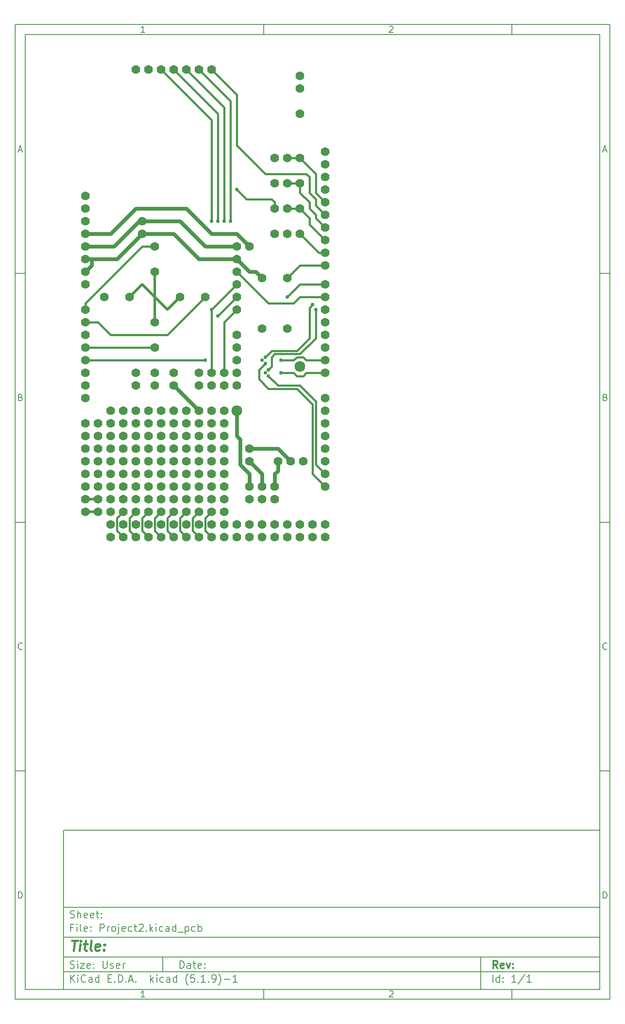
<source format=gbr>
%TF.GenerationSoftware,KiCad,Pcbnew,(5.1.9)-1*%
%TF.CreationDate,2021-06-09T21:14:02-04:00*%
%TF.ProjectId,Project2,50726f6a-6563-4743-922e-6b696361645f,rev?*%
%TF.SameCoordinates,Original*%
%TF.FileFunction,Copper,L1,Top*%
%TF.FilePolarity,Positive*%
%FSLAX45Y45*%
G04 Gerber Fmt 4.5, Leading zero omitted, Abs format (unit mm)*
G04 Created by KiCad (PCBNEW (5.1.9)-1) date 2021-06-09 21:14:02*
%MOMM*%
%LPD*%
G01*
G04 APERTURE LIST*
%ADD10C,0.127000*%
%ADD11C,0.150000*%
%ADD12C,0.300000*%
%ADD13C,0.400000*%
%TA.AperFunction,ViaPad*%
%ADD14C,0.762000*%
%TD*%
%TA.AperFunction,ViaPad*%
%ADD15C,1.778000*%
%TD*%
%TA.AperFunction,ViaPad*%
%ADD16C,2.159000*%
%TD*%
%TA.AperFunction,Conductor*%
%ADD17C,0.381000*%
%TD*%
%TA.AperFunction,Conductor*%
%ADD18C,0.762000*%
%TD*%
%TA.AperFunction,Conductor*%
%ADD19C,0.508000*%
%TD*%
G04 APERTURE END LIST*
D10*
D11*
X1970000Y-17190000D02*
X1970000Y-20390000D01*
X12770000Y-20390000D01*
X12770000Y-17190000D01*
X1970000Y-17190000D01*
D10*
D11*
X1000000Y-1000000D02*
X1000000Y-20590000D01*
X12970000Y-20590000D01*
X12970000Y-1000000D01*
X1000000Y-1000000D01*
D10*
D11*
X1200000Y-1200000D02*
X1200000Y-20390000D01*
X12770000Y-20390000D01*
X12770000Y-1200000D01*
X1200000Y-1200000D01*
D10*
D11*
X6000000Y-1200000D02*
X6000000Y-1000000D01*
D10*
D11*
X11000000Y-1200000D02*
X11000000Y-1000000D01*
D10*
D11*
X3606548Y-1158810D02*
X3532262Y-1158810D01*
X3569405Y-1158810D02*
X3569405Y-1028809D01*
X3557024Y-1047381D01*
X3544643Y-1059762D01*
X3532262Y-1065952D01*
D10*
D11*
X8532262Y-1041190D02*
X8538452Y-1035000D01*
X8550833Y-1028809D01*
X8581786Y-1028809D01*
X8594167Y-1035000D01*
X8600357Y-1041190D01*
X8606548Y-1053571D01*
X8606548Y-1065952D01*
X8600357Y-1084524D01*
X8526071Y-1158810D01*
X8606548Y-1158810D01*
D10*
D11*
X6000000Y-20390000D02*
X6000000Y-20590000D01*
D10*
D11*
X11000000Y-20390000D02*
X11000000Y-20590000D01*
D10*
D11*
X3606548Y-20548810D02*
X3532262Y-20548810D01*
X3569405Y-20548810D02*
X3569405Y-20418810D01*
X3557024Y-20437381D01*
X3544643Y-20449762D01*
X3532262Y-20455952D01*
D10*
D11*
X8532262Y-20431190D02*
X8538452Y-20425000D01*
X8550833Y-20418810D01*
X8581786Y-20418810D01*
X8594167Y-20425000D01*
X8600357Y-20431190D01*
X8606548Y-20443571D01*
X8606548Y-20455952D01*
X8600357Y-20474524D01*
X8526071Y-20548810D01*
X8606548Y-20548810D01*
D10*
D11*
X1000000Y-6000000D02*
X1200000Y-6000000D01*
D10*
D11*
X1000000Y-11000000D02*
X1200000Y-11000000D01*
D10*
D11*
X1000000Y-16000000D02*
X1200000Y-16000000D01*
D10*
D11*
X1069048Y-3521667D02*
X1130952Y-3521667D01*
X1056667Y-3558809D02*
X1100000Y-3428809D01*
X1143333Y-3558809D01*
D10*
D11*
X1109286Y-8490714D02*
X1127857Y-8496905D01*
X1134048Y-8503095D01*
X1140238Y-8515476D01*
X1140238Y-8534048D01*
X1134048Y-8546429D01*
X1127857Y-8552619D01*
X1115476Y-8558810D01*
X1065952Y-8558810D01*
X1065952Y-8428810D01*
X1109286Y-8428810D01*
X1121667Y-8435000D01*
X1127857Y-8441190D01*
X1134048Y-8453571D01*
X1134048Y-8465952D01*
X1127857Y-8478333D01*
X1121667Y-8484524D01*
X1109286Y-8490714D01*
X1065952Y-8490714D01*
D10*
D11*
X1140238Y-13546428D02*
X1134048Y-13552619D01*
X1115476Y-13558809D01*
X1103095Y-13558809D01*
X1084524Y-13552619D01*
X1072143Y-13540238D01*
X1065952Y-13527857D01*
X1059762Y-13503095D01*
X1059762Y-13484524D01*
X1065952Y-13459762D01*
X1072143Y-13447381D01*
X1084524Y-13435000D01*
X1103095Y-13428809D01*
X1115476Y-13428809D01*
X1134048Y-13435000D01*
X1140238Y-13441190D01*
D10*
D11*
X1065952Y-18558810D02*
X1065952Y-18428810D01*
X1096905Y-18428810D01*
X1115476Y-18435000D01*
X1127857Y-18447381D01*
X1134048Y-18459762D01*
X1140238Y-18484524D01*
X1140238Y-18503095D01*
X1134048Y-18527857D01*
X1127857Y-18540238D01*
X1115476Y-18552619D01*
X1096905Y-18558810D01*
X1065952Y-18558810D01*
D10*
D11*
X12970000Y-6000000D02*
X12770000Y-6000000D01*
D10*
D11*
X12970000Y-11000000D02*
X12770000Y-11000000D01*
D10*
D11*
X12970000Y-16000000D02*
X12770000Y-16000000D01*
D10*
D11*
X12839048Y-3521667D02*
X12900952Y-3521667D01*
X12826667Y-3558809D02*
X12870000Y-3428809D01*
X12913333Y-3558809D01*
D10*
D11*
X12879286Y-8490714D02*
X12897857Y-8496905D01*
X12904048Y-8503095D01*
X12910238Y-8515476D01*
X12910238Y-8534048D01*
X12904048Y-8546429D01*
X12897857Y-8552619D01*
X12885476Y-8558810D01*
X12835952Y-8558810D01*
X12835952Y-8428810D01*
X12879286Y-8428810D01*
X12891667Y-8435000D01*
X12897857Y-8441190D01*
X12904048Y-8453571D01*
X12904048Y-8465952D01*
X12897857Y-8478333D01*
X12891667Y-8484524D01*
X12879286Y-8490714D01*
X12835952Y-8490714D01*
D10*
D11*
X12910238Y-13546428D02*
X12904048Y-13552619D01*
X12885476Y-13558809D01*
X12873095Y-13558809D01*
X12854524Y-13552619D01*
X12842143Y-13540238D01*
X12835952Y-13527857D01*
X12829762Y-13503095D01*
X12829762Y-13484524D01*
X12835952Y-13459762D01*
X12842143Y-13447381D01*
X12854524Y-13435000D01*
X12873095Y-13428809D01*
X12885476Y-13428809D01*
X12904048Y-13435000D01*
X12910238Y-13441190D01*
D10*
D11*
X12835952Y-18558810D02*
X12835952Y-18428810D01*
X12866905Y-18428810D01*
X12885476Y-18435000D01*
X12897857Y-18447381D01*
X12904048Y-18459762D01*
X12910238Y-18484524D01*
X12910238Y-18503095D01*
X12904048Y-18527857D01*
X12897857Y-18540238D01*
X12885476Y-18552619D01*
X12866905Y-18558810D01*
X12835952Y-18558810D01*
D10*
D11*
X4313214Y-19967857D02*
X4313214Y-19817857D01*
X4348929Y-19817857D01*
X4370357Y-19825000D01*
X4384643Y-19839286D01*
X4391786Y-19853571D01*
X4398929Y-19882143D01*
X4398929Y-19903571D01*
X4391786Y-19932143D01*
X4384643Y-19946429D01*
X4370357Y-19960714D01*
X4348929Y-19967857D01*
X4313214Y-19967857D01*
X4527500Y-19967857D02*
X4527500Y-19889286D01*
X4520357Y-19875000D01*
X4506071Y-19867857D01*
X4477500Y-19867857D01*
X4463214Y-19875000D01*
X4527500Y-19960714D02*
X4513214Y-19967857D01*
X4477500Y-19967857D01*
X4463214Y-19960714D01*
X4456071Y-19946429D01*
X4456071Y-19932143D01*
X4463214Y-19917857D01*
X4477500Y-19910714D01*
X4513214Y-19910714D01*
X4527500Y-19903571D01*
X4577500Y-19867857D02*
X4634643Y-19867857D01*
X4598929Y-19817857D02*
X4598929Y-19946429D01*
X4606071Y-19960714D01*
X4620357Y-19967857D01*
X4634643Y-19967857D01*
X4741786Y-19960714D02*
X4727500Y-19967857D01*
X4698929Y-19967857D01*
X4684643Y-19960714D01*
X4677500Y-19946429D01*
X4677500Y-19889286D01*
X4684643Y-19875000D01*
X4698929Y-19867857D01*
X4727500Y-19867857D01*
X4741786Y-19875000D01*
X4748929Y-19889286D01*
X4748929Y-19903571D01*
X4677500Y-19917857D01*
X4813214Y-19953571D02*
X4820357Y-19960714D01*
X4813214Y-19967857D01*
X4806071Y-19960714D01*
X4813214Y-19953571D01*
X4813214Y-19967857D01*
X4813214Y-19875000D02*
X4820357Y-19882143D01*
X4813214Y-19889286D01*
X4806071Y-19882143D01*
X4813214Y-19875000D01*
X4813214Y-19889286D01*
D10*
D11*
X1970000Y-20040000D02*
X12770000Y-20040000D01*
D10*
D11*
X2113214Y-20247857D02*
X2113214Y-20097857D01*
X2198929Y-20247857D02*
X2134643Y-20162143D01*
X2198929Y-20097857D02*
X2113214Y-20183571D01*
X2263214Y-20247857D02*
X2263214Y-20147857D01*
X2263214Y-20097857D02*
X2256071Y-20105000D01*
X2263214Y-20112143D01*
X2270357Y-20105000D01*
X2263214Y-20097857D01*
X2263214Y-20112143D01*
X2420357Y-20233571D02*
X2413214Y-20240714D01*
X2391786Y-20247857D01*
X2377500Y-20247857D01*
X2356071Y-20240714D01*
X2341786Y-20226429D01*
X2334643Y-20212143D01*
X2327500Y-20183571D01*
X2327500Y-20162143D01*
X2334643Y-20133571D01*
X2341786Y-20119286D01*
X2356071Y-20105000D01*
X2377500Y-20097857D01*
X2391786Y-20097857D01*
X2413214Y-20105000D01*
X2420357Y-20112143D01*
X2548929Y-20247857D02*
X2548929Y-20169286D01*
X2541786Y-20155000D01*
X2527500Y-20147857D01*
X2498929Y-20147857D01*
X2484643Y-20155000D01*
X2548929Y-20240714D02*
X2534643Y-20247857D01*
X2498929Y-20247857D01*
X2484643Y-20240714D01*
X2477500Y-20226429D01*
X2477500Y-20212143D01*
X2484643Y-20197857D01*
X2498929Y-20190714D01*
X2534643Y-20190714D01*
X2548929Y-20183571D01*
X2684643Y-20247857D02*
X2684643Y-20097857D01*
X2684643Y-20240714D02*
X2670357Y-20247857D01*
X2641786Y-20247857D01*
X2627500Y-20240714D01*
X2620357Y-20233571D01*
X2613214Y-20219286D01*
X2613214Y-20176429D01*
X2620357Y-20162143D01*
X2627500Y-20155000D01*
X2641786Y-20147857D01*
X2670357Y-20147857D01*
X2684643Y-20155000D01*
X2870357Y-20169286D02*
X2920357Y-20169286D01*
X2941786Y-20247857D02*
X2870357Y-20247857D01*
X2870357Y-20097857D01*
X2941786Y-20097857D01*
X3006071Y-20233571D02*
X3013214Y-20240714D01*
X3006071Y-20247857D01*
X2998928Y-20240714D01*
X3006071Y-20233571D01*
X3006071Y-20247857D01*
X3077500Y-20247857D02*
X3077500Y-20097857D01*
X3113214Y-20097857D01*
X3134643Y-20105000D01*
X3148928Y-20119286D01*
X3156071Y-20133571D01*
X3163214Y-20162143D01*
X3163214Y-20183571D01*
X3156071Y-20212143D01*
X3148928Y-20226429D01*
X3134643Y-20240714D01*
X3113214Y-20247857D01*
X3077500Y-20247857D01*
X3227500Y-20233571D02*
X3234643Y-20240714D01*
X3227500Y-20247857D01*
X3220357Y-20240714D01*
X3227500Y-20233571D01*
X3227500Y-20247857D01*
X3291786Y-20205000D02*
X3363214Y-20205000D01*
X3277500Y-20247857D02*
X3327500Y-20097857D01*
X3377500Y-20247857D01*
X3427500Y-20233571D02*
X3434643Y-20240714D01*
X3427500Y-20247857D01*
X3420357Y-20240714D01*
X3427500Y-20233571D01*
X3427500Y-20247857D01*
X3727500Y-20247857D02*
X3727500Y-20097857D01*
X3741786Y-20190714D02*
X3784643Y-20247857D01*
X3784643Y-20147857D02*
X3727500Y-20205000D01*
X3848928Y-20247857D02*
X3848928Y-20147857D01*
X3848928Y-20097857D02*
X3841786Y-20105000D01*
X3848928Y-20112143D01*
X3856071Y-20105000D01*
X3848928Y-20097857D01*
X3848928Y-20112143D01*
X3984643Y-20240714D02*
X3970357Y-20247857D01*
X3941786Y-20247857D01*
X3927500Y-20240714D01*
X3920357Y-20233571D01*
X3913214Y-20219286D01*
X3913214Y-20176429D01*
X3920357Y-20162143D01*
X3927500Y-20155000D01*
X3941786Y-20147857D01*
X3970357Y-20147857D01*
X3984643Y-20155000D01*
X4113214Y-20247857D02*
X4113214Y-20169286D01*
X4106071Y-20155000D01*
X4091786Y-20147857D01*
X4063214Y-20147857D01*
X4048928Y-20155000D01*
X4113214Y-20240714D02*
X4098928Y-20247857D01*
X4063214Y-20247857D01*
X4048928Y-20240714D01*
X4041786Y-20226429D01*
X4041786Y-20212143D01*
X4048928Y-20197857D01*
X4063214Y-20190714D01*
X4098928Y-20190714D01*
X4113214Y-20183571D01*
X4248929Y-20247857D02*
X4248929Y-20097857D01*
X4248929Y-20240714D02*
X4234643Y-20247857D01*
X4206071Y-20247857D01*
X4191786Y-20240714D01*
X4184643Y-20233571D01*
X4177500Y-20219286D01*
X4177500Y-20176429D01*
X4184643Y-20162143D01*
X4191786Y-20155000D01*
X4206071Y-20147857D01*
X4234643Y-20147857D01*
X4248929Y-20155000D01*
X4477500Y-20305000D02*
X4470357Y-20297857D01*
X4456071Y-20276429D01*
X4448929Y-20262143D01*
X4441786Y-20240714D01*
X4434643Y-20205000D01*
X4434643Y-20176429D01*
X4441786Y-20140714D01*
X4448929Y-20119286D01*
X4456071Y-20105000D01*
X4470357Y-20083571D01*
X4477500Y-20076429D01*
X4606071Y-20097857D02*
X4534643Y-20097857D01*
X4527500Y-20169286D01*
X4534643Y-20162143D01*
X4548929Y-20155000D01*
X4584643Y-20155000D01*
X4598929Y-20162143D01*
X4606071Y-20169286D01*
X4613214Y-20183571D01*
X4613214Y-20219286D01*
X4606071Y-20233571D01*
X4598929Y-20240714D01*
X4584643Y-20247857D01*
X4548929Y-20247857D01*
X4534643Y-20240714D01*
X4527500Y-20233571D01*
X4677500Y-20233571D02*
X4684643Y-20240714D01*
X4677500Y-20247857D01*
X4670357Y-20240714D01*
X4677500Y-20233571D01*
X4677500Y-20247857D01*
X4827500Y-20247857D02*
X4741786Y-20247857D01*
X4784643Y-20247857D02*
X4784643Y-20097857D01*
X4770357Y-20119286D01*
X4756071Y-20133571D01*
X4741786Y-20140714D01*
X4891786Y-20233571D02*
X4898929Y-20240714D01*
X4891786Y-20247857D01*
X4884643Y-20240714D01*
X4891786Y-20233571D01*
X4891786Y-20247857D01*
X4970357Y-20247857D02*
X4998929Y-20247857D01*
X5013214Y-20240714D01*
X5020357Y-20233571D01*
X5034643Y-20212143D01*
X5041786Y-20183571D01*
X5041786Y-20126429D01*
X5034643Y-20112143D01*
X5027500Y-20105000D01*
X5013214Y-20097857D01*
X4984643Y-20097857D01*
X4970357Y-20105000D01*
X4963214Y-20112143D01*
X4956071Y-20126429D01*
X4956071Y-20162143D01*
X4963214Y-20176429D01*
X4970357Y-20183571D01*
X4984643Y-20190714D01*
X5013214Y-20190714D01*
X5027500Y-20183571D01*
X5034643Y-20176429D01*
X5041786Y-20162143D01*
X5091786Y-20305000D02*
X5098929Y-20297857D01*
X5113214Y-20276429D01*
X5120357Y-20262143D01*
X5127500Y-20240714D01*
X5134643Y-20205000D01*
X5134643Y-20176429D01*
X5127500Y-20140714D01*
X5120357Y-20119286D01*
X5113214Y-20105000D01*
X5098929Y-20083571D01*
X5091786Y-20076429D01*
X5206071Y-20190714D02*
X5320357Y-20190714D01*
X5470357Y-20247857D02*
X5384643Y-20247857D01*
X5427500Y-20247857D02*
X5427500Y-20097857D01*
X5413214Y-20119286D01*
X5398929Y-20133571D01*
X5384643Y-20140714D01*
D10*
D11*
X1970000Y-19740000D02*
X12770000Y-19740000D01*
D10*
D12*
X10710929Y-19967857D02*
X10660929Y-19896429D01*
X10625214Y-19967857D02*
X10625214Y-19817857D01*
X10682357Y-19817857D01*
X10696643Y-19825000D01*
X10703786Y-19832143D01*
X10710929Y-19846429D01*
X10710929Y-19867857D01*
X10703786Y-19882143D01*
X10696643Y-19889286D01*
X10682357Y-19896429D01*
X10625214Y-19896429D01*
X10832357Y-19960714D02*
X10818071Y-19967857D01*
X10789500Y-19967857D01*
X10775214Y-19960714D01*
X10768071Y-19946429D01*
X10768071Y-19889286D01*
X10775214Y-19875000D01*
X10789500Y-19867857D01*
X10818071Y-19867857D01*
X10832357Y-19875000D01*
X10839500Y-19889286D01*
X10839500Y-19903571D01*
X10768071Y-19917857D01*
X10889500Y-19867857D02*
X10925214Y-19967857D01*
X10960929Y-19867857D01*
X11018071Y-19953571D02*
X11025214Y-19960714D01*
X11018071Y-19967857D01*
X11010929Y-19960714D01*
X11018071Y-19953571D01*
X11018071Y-19967857D01*
X11018071Y-19875000D02*
X11025214Y-19882143D01*
X11018071Y-19889286D01*
X11010929Y-19882143D01*
X11018071Y-19875000D01*
X11018071Y-19889286D01*
D10*
D11*
X2106071Y-19960714D02*
X2127500Y-19967857D01*
X2163214Y-19967857D01*
X2177500Y-19960714D01*
X2184643Y-19953571D01*
X2191786Y-19939286D01*
X2191786Y-19925000D01*
X2184643Y-19910714D01*
X2177500Y-19903571D01*
X2163214Y-19896429D01*
X2134643Y-19889286D01*
X2120357Y-19882143D01*
X2113214Y-19875000D01*
X2106071Y-19860714D01*
X2106071Y-19846429D01*
X2113214Y-19832143D01*
X2120357Y-19825000D01*
X2134643Y-19817857D01*
X2170357Y-19817857D01*
X2191786Y-19825000D01*
X2256071Y-19967857D02*
X2256071Y-19867857D01*
X2256071Y-19817857D02*
X2248929Y-19825000D01*
X2256071Y-19832143D01*
X2263214Y-19825000D01*
X2256071Y-19817857D01*
X2256071Y-19832143D01*
X2313214Y-19867857D02*
X2391786Y-19867857D01*
X2313214Y-19967857D01*
X2391786Y-19967857D01*
X2506071Y-19960714D02*
X2491786Y-19967857D01*
X2463214Y-19967857D01*
X2448929Y-19960714D01*
X2441786Y-19946429D01*
X2441786Y-19889286D01*
X2448929Y-19875000D01*
X2463214Y-19867857D01*
X2491786Y-19867857D01*
X2506071Y-19875000D01*
X2513214Y-19889286D01*
X2513214Y-19903571D01*
X2441786Y-19917857D01*
X2577500Y-19953571D02*
X2584643Y-19960714D01*
X2577500Y-19967857D01*
X2570357Y-19960714D01*
X2577500Y-19953571D01*
X2577500Y-19967857D01*
X2577500Y-19875000D02*
X2584643Y-19882143D01*
X2577500Y-19889286D01*
X2570357Y-19882143D01*
X2577500Y-19875000D01*
X2577500Y-19889286D01*
X2763214Y-19817857D02*
X2763214Y-19939286D01*
X2770357Y-19953571D01*
X2777500Y-19960714D01*
X2791786Y-19967857D01*
X2820357Y-19967857D01*
X2834643Y-19960714D01*
X2841786Y-19953571D01*
X2848928Y-19939286D01*
X2848928Y-19817857D01*
X2913214Y-19960714D02*
X2927500Y-19967857D01*
X2956071Y-19967857D01*
X2970357Y-19960714D01*
X2977500Y-19946429D01*
X2977500Y-19939286D01*
X2970357Y-19925000D01*
X2956071Y-19917857D01*
X2934643Y-19917857D01*
X2920357Y-19910714D01*
X2913214Y-19896429D01*
X2913214Y-19889286D01*
X2920357Y-19875000D01*
X2934643Y-19867857D01*
X2956071Y-19867857D01*
X2970357Y-19875000D01*
X3098928Y-19960714D02*
X3084643Y-19967857D01*
X3056071Y-19967857D01*
X3041786Y-19960714D01*
X3034643Y-19946429D01*
X3034643Y-19889286D01*
X3041786Y-19875000D01*
X3056071Y-19867857D01*
X3084643Y-19867857D01*
X3098928Y-19875000D01*
X3106071Y-19889286D01*
X3106071Y-19903571D01*
X3034643Y-19917857D01*
X3170357Y-19967857D02*
X3170357Y-19867857D01*
X3170357Y-19896429D02*
X3177500Y-19882143D01*
X3184643Y-19875000D01*
X3198928Y-19867857D01*
X3213214Y-19867857D01*
D10*
D11*
X10613214Y-20247857D02*
X10613214Y-20097857D01*
X10748929Y-20247857D02*
X10748929Y-20097857D01*
X10748929Y-20240714D02*
X10734643Y-20247857D01*
X10706071Y-20247857D01*
X10691786Y-20240714D01*
X10684643Y-20233571D01*
X10677500Y-20219286D01*
X10677500Y-20176429D01*
X10684643Y-20162143D01*
X10691786Y-20155000D01*
X10706071Y-20147857D01*
X10734643Y-20147857D01*
X10748929Y-20155000D01*
X10820357Y-20233571D02*
X10827500Y-20240714D01*
X10820357Y-20247857D01*
X10813214Y-20240714D01*
X10820357Y-20233571D01*
X10820357Y-20247857D01*
X10820357Y-20155000D02*
X10827500Y-20162143D01*
X10820357Y-20169286D01*
X10813214Y-20162143D01*
X10820357Y-20155000D01*
X10820357Y-20169286D01*
X11084643Y-20247857D02*
X10998929Y-20247857D01*
X11041786Y-20247857D02*
X11041786Y-20097857D01*
X11027500Y-20119286D01*
X11013214Y-20133571D01*
X10998929Y-20140714D01*
X11256071Y-20090714D02*
X11127500Y-20283571D01*
X11384643Y-20247857D02*
X11298928Y-20247857D01*
X11341786Y-20247857D02*
X11341786Y-20097857D01*
X11327500Y-20119286D01*
X11313214Y-20133571D01*
X11298928Y-20140714D01*
D10*
D11*
X1970000Y-19340000D02*
X12770000Y-19340000D01*
D10*
D13*
X2141238Y-19410476D02*
X2255524Y-19410476D01*
X2173381Y-19610476D02*
X2198381Y-19410476D01*
X2297190Y-19610476D02*
X2313857Y-19477143D01*
X2322190Y-19410476D02*
X2311476Y-19420000D01*
X2319810Y-19429524D01*
X2330524Y-19420000D01*
X2322190Y-19410476D01*
X2319810Y-19429524D01*
X2380524Y-19477143D02*
X2456714Y-19477143D01*
X2417429Y-19410476D02*
X2396000Y-19581905D01*
X2403143Y-19600952D01*
X2421000Y-19610476D01*
X2440048Y-19610476D01*
X2535286Y-19610476D02*
X2517429Y-19600952D01*
X2510286Y-19581905D01*
X2531714Y-19410476D01*
X2688857Y-19600952D02*
X2668619Y-19610476D01*
X2630524Y-19610476D01*
X2612667Y-19600952D01*
X2605524Y-19581905D01*
X2615048Y-19505714D01*
X2626952Y-19486667D01*
X2647190Y-19477143D01*
X2685286Y-19477143D01*
X2703143Y-19486667D01*
X2710286Y-19505714D01*
X2707905Y-19524762D01*
X2610286Y-19543810D01*
X2785286Y-19591429D02*
X2793619Y-19600952D01*
X2782905Y-19610476D01*
X2774571Y-19600952D01*
X2785286Y-19591429D01*
X2782905Y-19610476D01*
X2798381Y-19486667D02*
X2806714Y-19496190D01*
X2796000Y-19505714D01*
X2787667Y-19496190D01*
X2798381Y-19486667D01*
X2796000Y-19505714D01*
D10*
D11*
X2163214Y-19149286D02*
X2113214Y-19149286D01*
X2113214Y-19227857D02*
X2113214Y-19077857D01*
X2184643Y-19077857D01*
X2241786Y-19227857D02*
X2241786Y-19127857D01*
X2241786Y-19077857D02*
X2234643Y-19085000D01*
X2241786Y-19092143D01*
X2248929Y-19085000D01*
X2241786Y-19077857D01*
X2241786Y-19092143D01*
X2334643Y-19227857D02*
X2320357Y-19220714D01*
X2313214Y-19206429D01*
X2313214Y-19077857D01*
X2448929Y-19220714D02*
X2434643Y-19227857D01*
X2406071Y-19227857D01*
X2391786Y-19220714D01*
X2384643Y-19206429D01*
X2384643Y-19149286D01*
X2391786Y-19135000D01*
X2406071Y-19127857D01*
X2434643Y-19127857D01*
X2448929Y-19135000D01*
X2456071Y-19149286D01*
X2456071Y-19163571D01*
X2384643Y-19177857D01*
X2520357Y-19213571D02*
X2527500Y-19220714D01*
X2520357Y-19227857D01*
X2513214Y-19220714D01*
X2520357Y-19213571D01*
X2520357Y-19227857D01*
X2520357Y-19135000D02*
X2527500Y-19142143D01*
X2520357Y-19149286D01*
X2513214Y-19142143D01*
X2520357Y-19135000D01*
X2520357Y-19149286D01*
X2706071Y-19227857D02*
X2706071Y-19077857D01*
X2763214Y-19077857D01*
X2777500Y-19085000D01*
X2784643Y-19092143D01*
X2791786Y-19106429D01*
X2791786Y-19127857D01*
X2784643Y-19142143D01*
X2777500Y-19149286D01*
X2763214Y-19156429D01*
X2706071Y-19156429D01*
X2856071Y-19227857D02*
X2856071Y-19127857D01*
X2856071Y-19156429D02*
X2863214Y-19142143D01*
X2870357Y-19135000D01*
X2884643Y-19127857D01*
X2898928Y-19127857D01*
X2970357Y-19227857D02*
X2956071Y-19220714D01*
X2948928Y-19213571D01*
X2941786Y-19199286D01*
X2941786Y-19156429D01*
X2948928Y-19142143D01*
X2956071Y-19135000D01*
X2970357Y-19127857D01*
X2991786Y-19127857D01*
X3006071Y-19135000D01*
X3013214Y-19142143D01*
X3020357Y-19156429D01*
X3020357Y-19199286D01*
X3013214Y-19213571D01*
X3006071Y-19220714D01*
X2991786Y-19227857D01*
X2970357Y-19227857D01*
X3084643Y-19127857D02*
X3084643Y-19256429D01*
X3077500Y-19270714D01*
X3063214Y-19277857D01*
X3056071Y-19277857D01*
X3084643Y-19077857D02*
X3077500Y-19085000D01*
X3084643Y-19092143D01*
X3091786Y-19085000D01*
X3084643Y-19077857D01*
X3084643Y-19092143D01*
X3213214Y-19220714D02*
X3198928Y-19227857D01*
X3170357Y-19227857D01*
X3156071Y-19220714D01*
X3148928Y-19206429D01*
X3148928Y-19149286D01*
X3156071Y-19135000D01*
X3170357Y-19127857D01*
X3198928Y-19127857D01*
X3213214Y-19135000D01*
X3220357Y-19149286D01*
X3220357Y-19163571D01*
X3148928Y-19177857D01*
X3348928Y-19220714D02*
X3334643Y-19227857D01*
X3306071Y-19227857D01*
X3291786Y-19220714D01*
X3284643Y-19213571D01*
X3277500Y-19199286D01*
X3277500Y-19156429D01*
X3284643Y-19142143D01*
X3291786Y-19135000D01*
X3306071Y-19127857D01*
X3334643Y-19127857D01*
X3348928Y-19135000D01*
X3391786Y-19127857D02*
X3448928Y-19127857D01*
X3413214Y-19077857D02*
X3413214Y-19206429D01*
X3420357Y-19220714D01*
X3434643Y-19227857D01*
X3448928Y-19227857D01*
X3491786Y-19092143D02*
X3498928Y-19085000D01*
X3513214Y-19077857D01*
X3548928Y-19077857D01*
X3563214Y-19085000D01*
X3570357Y-19092143D01*
X3577500Y-19106429D01*
X3577500Y-19120714D01*
X3570357Y-19142143D01*
X3484643Y-19227857D01*
X3577500Y-19227857D01*
X3641786Y-19213571D02*
X3648928Y-19220714D01*
X3641786Y-19227857D01*
X3634643Y-19220714D01*
X3641786Y-19213571D01*
X3641786Y-19227857D01*
X3713214Y-19227857D02*
X3713214Y-19077857D01*
X3727500Y-19170714D02*
X3770357Y-19227857D01*
X3770357Y-19127857D02*
X3713214Y-19185000D01*
X3834643Y-19227857D02*
X3834643Y-19127857D01*
X3834643Y-19077857D02*
X3827500Y-19085000D01*
X3834643Y-19092143D01*
X3841786Y-19085000D01*
X3834643Y-19077857D01*
X3834643Y-19092143D01*
X3970357Y-19220714D02*
X3956071Y-19227857D01*
X3927500Y-19227857D01*
X3913214Y-19220714D01*
X3906071Y-19213571D01*
X3898928Y-19199286D01*
X3898928Y-19156429D01*
X3906071Y-19142143D01*
X3913214Y-19135000D01*
X3927500Y-19127857D01*
X3956071Y-19127857D01*
X3970357Y-19135000D01*
X4098928Y-19227857D02*
X4098928Y-19149286D01*
X4091786Y-19135000D01*
X4077500Y-19127857D01*
X4048928Y-19127857D01*
X4034643Y-19135000D01*
X4098928Y-19220714D02*
X4084643Y-19227857D01*
X4048928Y-19227857D01*
X4034643Y-19220714D01*
X4027500Y-19206429D01*
X4027500Y-19192143D01*
X4034643Y-19177857D01*
X4048928Y-19170714D01*
X4084643Y-19170714D01*
X4098928Y-19163571D01*
X4234643Y-19227857D02*
X4234643Y-19077857D01*
X4234643Y-19220714D02*
X4220357Y-19227857D01*
X4191786Y-19227857D01*
X4177500Y-19220714D01*
X4170357Y-19213571D01*
X4163214Y-19199286D01*
X4163214Y-19156429D01*
X4170357Y-19142143D01*
X4177500Y-19135000D01*
X4191786Y-19127857D01*
X4220357Y-19127857D01*
X4234643Y-19135000D01*
X4270357Y-19242143D02*
X4384643Y-19242143D01*
X4420357Y-19127857D02*
X4420357Y-19277857D01*
X4420357Y-19135000D02*
X4434643Y-19127857D01*
X4463214Y-19127857D01*
X4477500Y-19135000D01*
X4484643Y-19142143D01*
X4491786Y-19156429D01*
X4491786Y-19199286D01*
X4484643Y-19213571D01*
X4477500Y-19220714D01*
X4463214Y-19227857D01*
X4434643Y-19227857D01*
X4420357Y-19220714D01*
X4620357Y-19220714D02*
X4606071Y-19227857D01*
X4577500Y-19227857D01*
X4563214Y-19220714D01*
X4556071Y-19213571D01*
X4548929Y-19199286D01*
X4548929Y-19156429D01*
X4556071Y-19142143D01*
X4563214Y-19135000D01*
X4577500Y-19127857D01*
X4606071Y-19127857D01*
X4620357Y-19135000D01*
X4684643Y-19227857D02*
X4684643Y-19077857D01*
X4684643Y-19135000D02*
X4698929Y-19127857D01*
X4727500Y-19127857D01*
X4741786Y-19135000D01*
X4748929Y-19142143D01*
X4756071Y-19156429D01*
X4756071Y-19199286D01*
X4748929Y-19213571D01*
X4741786Y-19220714D01*
X4727500Y-19227857D01*
X4698929Y-19227857D01*
X4684643Y-19220714D01*
D10*
D11*
X1970000Y-18740000D02*
X12770000Y-18740000D01*
D10*
D11*
X2106071Y-18950714D02*
X2127500Y-18957857D01*
X2163214Y-18957857D01*
X2177500Y-18950714D01*
X2184643Y-18943571D01*
X2191786Y-18929286D01*
X2191786Y-18915000D01*
X2184643Y-18900714D01*
X2177500Y-18893571D01*
X2163214Y-18886429D01*
X2134643Y-18879286D01*
X2120357Y-18872143D01*
X2113214Y-18865000D01*
X2106071Y-18850714D01*
X2106071Y-18836429D01*
X2113214Y-18822143D01*
X2120357Y-18815000D01*
X2134643Y-18807857D01*
X2170357Y-18807857D01*
X2191786Y-18815000D01*
X2256071Y-18957857D02*
X2256071Y-18807857D01*
X2320357Y-18957857D02*
X2320357Y-18879286D01*
X2313214Y-18865000D01*
X2298929Y-18857857D01*
X2277500Y-18857857D01*
X2263214Y-18865000D01*
X2256071Y-18872143D01*
X2448929Y-18950714D02*
X2434643Y-18957857D01*
X2406071Y-18957857D01*
X2391786Y-18950714D01*
X2384643Y-18936429D01*
X2384643Y-18879286D01*
X2391786Y-18865000D01*
X2406071Y-18857857D01*
X2434643Y-18857857D01*
X2448929Y-18865000D01*
X2456071Y-18879286D01*
X2456071Y-18893571D01*
X2384643Y-18907857D01*
X2577500Y-18950714D02*
X2563214Y-18957857D01*
X2534643Y-18957857D01*
X2520357Y-18950714D01*
X2513214Y-18936429D01*
X2513214Y-18879286D01*
X2520357Y-18865000D01*
X2534643Y-18857857D01*
X2563214Y-18857857D01*
X2577500Y-18865000D01*
X2584643Y-18879286D01*
X2584643Y-18893571D01*
X2513214Y-18907857D01*
X2627500Y-18857857D02*
X2684643Y-18857857D01*
X2648929Y-18807857D02*
X2648929Y-18936429D01*
X2656071Y-18950714D01*
X2670357Y-18957857D01*
X2684643Y-18957857D01*
X2734643Y-18943571D02*
X2741786Y-18950714D01*
X2734643Y-18957857D01*
X2727500Y-18950714D01*
X2734643Y-18943571D01*
X2734643Y-18957857D01*
X2734643Y-18865000D02*
X2741786Y-18872143D01*
X2734643Y-18879286D01*
X2727500Y-18872143D01*
X2734643Y-18865000D01*
X2734643Y-18879286D01*
D10*
D11*
X3970000Y-19740000D02*
X3970000Y-20040000D01*
D10*
D11*
X10370000Y-19740000D02*
X10370000Y-20390000D01*
D14*
%TO.N,*%
X4953000Y-6731000D03*
X5080000Y-6858000D03*
X6477000Y-6477000D03*
X4953000Y-4953000D03*
X5080000Y-4953000D03*
X5207000Y-4953000D03*
D15*
X4953000Y-10541000D03*
X4699000Y-10541000D03*
X4445000Y-10541000D03*
X4191000Y-10541000D03*
X3937000Y-10541000D03*
X3683000Y-10541000D03*
X3429000Y-10541000D03*
X3175000Y-10541000D03*
X2921000Y-10541000D03*
X2921000Y-10795000D03*
X2921000Y-11049000D03*
X2921000Y-11303000D03*
X3175000Y-11303000D03*
X3175000Y-11049000D03*
X3175000Y-10795000D03*
X3429000Y-10795000D03*
X3429000Y-11049000D03*
X3429000Y-11303000D03*
X3683000Y-11303000D03*
X3683000Y-11049000D03*
X3683000Y-10795000D03*
X3937000Y-10795000D03*
X3937000Y-11049000D03*
X3937000Y-11303000D03*
X4953000Y-10795000D03*
X4699000Y-10795000D03*
X4445000Y-10795000D03*
X4191000Y-10795000D03*
X4191000Y-11049000D03*
X4191000Y-11303000D03*
X4445000Y-11303000D03*
X4445000Y-11049000D03*
X4953000Y-8255000D03*
X4953000Y-8001000D03*
X5207000Y-8001000D03*
X5207000Y-8255000D03*
X4699000Y-8001000D03*
X4699000Y-8255000D03*
X5461000Y-8255000D03*
X5461000Y-8001000D03*
X5461000Y-7747000D03*
X5461000Y-7493000D03*
X4191000Y-8255000D03*
X4191000Y-8001000D03*
X3810000Y-8001000D03*
X3810000Y-8255000D03*
X3429000Y-8001000D03*
X2413000Y-7493000D03*
X2413000Y-7239000D03*
X2413000Y-6985000D03*
X2413000Y-6731000D03*
X2413000Y-9017000D03*
X2413000Y-8509000D03*
X2413000Y-8255000D03*
X2413000Y-8001000D03*
X2413000Y-9271000D03*
X2667000Y-9271000D03*
X2667000Y-9017000D03*
X7239000Y-8001000D03*
X7239000Y-7747000D03*
X7239000Y-7493000D03*
X7239000Y-7239000D03*
X7239000Y-6731000D03*
X7239000Y-6477000D03*
X7239000Y-6223000D03*
X7239000Y-5842000D03*
X7239000Y-5588000D03*
X7239000Y-5334000D03*
X7239000Y-5080000D03*
X7239000Y-4826000D03*
X7239000Y-4572000D03*
X7239000Y-4318000D03*
X7239000Y-4064000D03*
X7239000Y-3810000D03*
X7239000Y-3556000D03*
X6731000Y-3683000D03*
X6477000Y-3683000D03*
X6223000Y-3683000D03*
X6223000Y-4191000D03*
X6477000Y-4191000D03*
X6731000Y-4191000D03*
X6731000Y-4699000D03*
X6477000Y-4699000D03*
X6223000Y-4699000D03*
X6223000Y-5207000D03*
X6477000Y-5207000D03*
X6731000Y-5207000D03*
X6477000Y-6096000D03*
X5969000Y-6096000D03*
X6477000Y-7112000D03*
X5969000Y-7112000D03*
X5461000Y-6731000D03*
X5461000Y-6477000D03*
X5461000Y-6223000D03*
X5461000Y-5969000D03*
X5461000Y-5715000D03*
X5461000Y-5461000D03*
X4826000Y-6477000D03*
X4318000Y-6477000D03*
X3810000Y-6985000D03*
X3810000Y-7493000D03*
X3810000Y-5461000D03*
X3810000Y-5969000D03*
X3302000Y-6477000D03*
X2794000Y-6477000D03*
X5207000Y-8763000D03*
X4953000Y-8763000D03*
X4699000Y-8763000D03*
X4445000Y-8763000D03*
X4191000Y-8763000D03*
X3937000Y-8763000D03*
X3683000Y-8763000D03*
X3429000Y-8763000D03*
X3175000Y-8763000D03*
X3175000Y-9017000D03*
X3175000Y-9271000D03*
X3175000Y-9525000D03*
X3175000Y-9779000D03*
X3175000Y-10033000D03*
X3175000Y-10287000D03*
X2921000Y-10287000D03*
X2667000Y-10287000D03*
X2667000Y-10033000D03*
X2413000Y-10033000D03*
X2413000Y-9779000D03*
X2667000Y-9779000D03*
X2667000Y-9525000D03*
X2413000Y-9525000D03*
X2667000Y-10541000D03*
X2413000Y-10541000D03*
X2413000Y-10795000D03*
X2413000Y-10287000D03*
X2667000Y-10795000D03*
X2921000Y-10033000D03*
X2921000Y-9779000D03*
X2921000Y-9525000D03*
X2921000Y-9271000D03*
X2921000Y-9017000D03*
X2921000Y-8763000D03*
X3429000Y-9017000D03*
X3683000Y-9017000D03*
X3937000Y-9017000D03*
X3937000Y-9271000D03*
X3683000Y-9271000D03*
X3429000Y-9271000D03*
X3429000Y-9525000D03*
X3429000Y-9779000D03*
X3429000Y-10033000D03*
X3429000Y-10287000D03*
X3683000Y-10287000D03*
X3683000Y-10033000D03*
X3683000Y-9779000D03*
X3683000Y-9525000D03*
X3937000Y-9525000D03*
X3937000Y-9779000D03*
X3937000Y-10033000D03*
X3937000Y-10287000D03*
X4191000Y-10287000D03*
X4445000Y-10287000D03*
X4699000Y-10287000D03*
X4953000Y-10287000D03*
X4953000Y-10033000D03*
X4699000Y-10033000D03*
X4445000Y-10033000D03*
X4191000Y-10033000D03*
X4191000Y-9779000D03*
X4445000Y-9779000D03*
X4699000Y-9779000D03*
X4953000Y-9779000D03*
X5207000Y-10795000D03*
X4953000Y-9525000D03*
X4699000Y-9525000D03*
X4445000Y-9525000D03*
X4191000Y-9525000D03*
X4191000Y-9271000D03*
X4191000Y-9017000D03*
X4445000Y-9017000D03*
X4445000Y-9271000D03*
X4699000Y-9271000D03*
X4699000Y-9017000D03*
X4953000Y-9017000D03*
X4953000Y-9271000D03*
X5207000Y-9271000D03*
X5207000Y-9017000D03*
X2413000Y-6223000D03*
X2413000Y-5969000D03*
X2413000Y-5715000D03*
X2413000Y-5461000D03*
X2413000Y-5207000D03*
X2413000Y-4953000D03*
X2413000Y-4699000D03*
X2413000Y-4445000D03*
X4953000Y-1905000D03*
X4445000Y-1905000D03*
X4191000Y-1905000D03*
X3937000Y-1905000D03*
X3683000Y-1905000D03*
X3429000Y-1905000D03*
X6731000Y-2794000D03*
X6731000Y-2032000D03*
X5715000Y-9779000D03*
X5715000Y-11049000D03*
X5715000Y-11303000D03*
X5969000Y-11303000D03*
X5969000Y-11049000D03*
X6223000Y-11049000D03*
X6223000Y-11303000D03*
X5715000Y-9525000D03*
X5207000Y-10541000D03*
X4699000Y-11049000D03*
X4699000Y-11303000D03*
X4953000Y-11049000D03*
X4953000Y-11303000D03*
X5207000Y-11303000D03*
X5207000Y-11049000D03*
X6794500Y-9779000D03*
X6540500Y-9779000D03*
X6286500Y-9779000D03*
X6731000Y-2286000D03*
X2413000Y-7747000D03*
X5461000Y-7239000D03*
D14*
X4826000Y-7747000D03*
D15*
X3429000Y-8255000D03*
D14*
X5461000Y-4318000D03*
X5969000Y-7747000D03*
D15*
X7239000Y-10287000D03*
X7239000Y-10033000D03*
X7239000Y-9779000D03*
X7239000Y-9525000D03*
X7239000Y-9271000D03*
X7239000Y-9017000D03*
X7239000Y-8763000D03*
X7239000Y-8509000D03*
X6223000Y-10287000D03*
X5969000Y-10287000D03*
X5715000Y-10287000D03*
X5715000Y-10541000D03*
X5969000Y-10541000D03*
X6223000Y-10541000D03*
X5461000Y-11049000D03*
X5461000Y-11303000D03*
X6477000Y-11303000D03*
X6477000Y-11049000D03*
X6731000Y-11049000D03*
X6731000Y-11303000D03*
X6985000Y-11303000D03*
X6985000Y-11049000D03*
X7239000Y-11049000D03*
X7239000Y-11303000D03*
X5207000Y-9525000D03*
X5207000Y-9779000D03*
X5207000Y-10033000D03*
X5207000Y-10287000D03*
D14*
X7048500Y-6731000D03*
X6985000Y-6629400D03*
X6032500Y-7683500D03*
X6350000Y-8001000D03*
X6350000Y-7747000D03*
X6096000Y-7937500D03*
X6032500Y-8001000D03*
X6096000Y-8064500D03*
X6032500Y-7810500D03*
D15*
X3556000Y-5207000D03*
X3556000Y-4953000D03*
X5715000Y-5461000D03*
X4699000Y-1905000D03*
D14*
X5334000Y-4953000D03*
D15*
X7239000Y-6985000D03*
D16*
X6731000Y-7874000D03*
X5461000Y-8763000D03*
%TD*%
D17*
%TO.N,*%
X3810000Y-5969000D02*
X3810000Y-5969000D01*
X3302000Y-6477000D02*
X3302000Y-6477000D01*
X3810000Y-5461000D02*
X3810000Y-5461000D01*
X3556000Y-5461000D02*
X2413000Y-6604000D01*
X2413000Y-6604000D02*
X2413000Y-6731000D01*
X3810000Y-7493000D02*
X3810000Y-7493000D01*
X4826000Y-6477000D02*
X4826000Y-6477000D01*
X4064000Y-7239000D02*
X2921000Y-7239000D01*
X2921000Y-7239000D02*
X2667000Y-6985000D01*
X2667000Y-6985000D02*
X2413000Y-6985000D01*
X6731000Y-6477000D02*
X6604000Y-6604000D01*
X6731000Y-6223000D02*
X6477000Y-6477000D01*
X6223000Y-4699000D02*
X6223000Y-4699000D01*
D18*
X4826000Y-5461000D02*
X4318000Y-4953000D01*
X4318000Y-4953000D02*
X3556000Y-4953000D01*
D17*
X5207000Y-6985000D02*
X5207000Y-8001000D01*
X4953000Y-6731000D02*
X4953000Y-8001000D01*
X4953000Y-8001000D02*
X4953000Y-6858000D01*
X3810000Y-6985000D02*
X3810000Y-6985000D01*
X3810000Y-6985000D02*
X3810000Y-6985000D01*
X7239000Y-6477000D02*
X6731000Y-6477000D01*
X7239000Y-6223000D02*
X6731000Y-6223000D01*
X6477000Y-3683000D02*
X6477000Y-3683000D01*
X6477000Y-4191000D02*
X6477000Y-4191000D01*
X6477000Y-4699000D02*
X6477000Y-4699000D01*
X6477000Y-5207000D02*
X6477000Y-5207000D01*
X5461000Y-6731000D02*
X5207000Y-6985000D01*
X5461000Y-6477000D02*
X5080000Y-6858000D01*
X5461000Y-6223000D02*
X4953000Y-6731000D01*
D18*
X5461000Y-5461000D02*
X4826000Y-5461000D01*
D17*
X4826000Y-6477000D02*
X4064000Y-7239000D01*
X4318000Y-6477000D02*
X4318000Y-6477000D01*
X3810000Y-6985000D02*
X3810000Y-6985000D01*
X3810000Y-7493000D02*
X2413000Y-7493000D01*
X3810000Y-5461000D02*
X3556000Y-5461000D01*
X3175000Y-11303000D02*
X3048000Y-11176000D01*
X3048000Y-11176000D02*
X3048000Y-10922000D01*
X3429000Y-11303000D02*
X3302000Y-11176000D01*
X3302000Y-11176000D02*
X3302000Y-10922000D01*
X3683000Y-11303000D02*
X3556000Y-11176000D01*
X3556000Y-11176000D02*
X3556000Y-10922000D01*
X3937000Y-11303000D02*
X3810000Y-11176000D01*
X3810000Y-11176000D02*
X3810000Y-10922000D01*
X4191000Y-11303000D02*
X4064000Y-11176000D01*
X4064000Y-11176000D02*
X4064000Y-10922000D01*
X4445000Y-11303000D02*
X4318000Y-11176000D01*
X4318000Y-11176000D02*
X4318000Y-10922000D01*
X4699000Y-11303000D02*
X4572000Y-11176000D01*
X4572000Y-11176000D02*
X4572000Y-10922000D01*
X4953000Y-11303000D02*
X4826000Y-11176000D01*
X4826000Y-11176000D02*
X4826000Y-10922000D01*
X4953000Y-2921000D02*
X3937000Y-1905000D01*
X4953000Y-4953000D02*
X4953000Y-2921000D01*
X5080000Y-2794000D02*
X4191000Y-1905000D01*
X5080000Y-4953000D02*
X5080000Y-2794000D01*
X5207000Y-2667000D02*
X4445000Y-1905000D01*
X5207000Y-4953000D02*
X5207000Y-2667000D01*
X5461000Y-2413000D02*
X4953000Y-1905000D01*
X5461000Y-3429000D02*
X5461000Y-2413000D01*
D18*
X2413000Y-5969000D02*
X2540000Y-5842000D01*
X2540000Y-5842000D02*
X2540000Y-5715000D01*
D17*
X6096000Y-6604000D02*
X5461000Y-5969000D01*
X6096000Y-6604000D02*
X6604000Y-6604000D01*
D19*
X4064000Y-6731000D02*
X4318000Y-6477000D01*
X3302000Y-6477000D02*
X3556000Y-6223000D01*
X3556000Y-6223000D02*
X4064000Y-6731000D01*
X3810000Y-5969000D02*
X3810000Y-6985000D01*
D17*
X4826000Y-7747000D02*
X2413000Y-7747000D01*
X7048500Y-4381500D02*
X7239000Y-4572000D01*
X7048500Y-4000500D02*
X7048500Y-4381500D01*
X5461000Y-3429000D02*
X6032500Y-4000500D01*
X6032500Y-4000500D02*
X6858000Y-4000500D01*
X6858000Y-4000500D02*
X6921500Y-4064000D01*
X6921500Y-4064000D02*
X6921500Y-4381500D01*
X6921500Y-4381500D02*
X7048500Y-4508500D01*
X7048500Y-4635500D02*
X7239000Y-4826000D01*
X7048500Y-4508500D02*
X7048500Y-4635500D01*
X7048500Y-4889500D02*
X7239000Y-5080000D01*
X6921500Y-4699000D02*
X6921500Y-4572000D01*
X7048500Y-4826000D02*
X6921500Y-4699000D01*
X6223000Y-4699000D02*
X6223000Y-4572000D01*
X6223000Y-4572000D02*
X6159500Y-4508500D01*
X5651500Y-4508500D02*
X5461000Y-4318000D01*
X6159500Y-4508500D02*
X5651500Y-4508500D01*
X3810000Y-10922000D02*
X3937000Y-10795000D01*
X3556000Y-10922000D02*
X3683000Y-10795000D01*
X4318000Y-10922000D02*
X4445000Y-10795000D01*
X4064000Y-10922000D02*
X4191000Y-10795000D01*
X3302000Y-10922000D02*
X3429000Y-10795000D01*
X3048000Y-10922000D02*
X3175000Y-10795000D01*
X4572000Y-10922000D02*
X4699000Y-10795000D01*
X4826000Y-10922000D02*
X4953000Y-10795000D01*
X6731000Y-5842000D02*
X6477000Y-6096000D01*
X7239000Y-5842000D02*
X6731000Y-5842000D01*
X7239000Y-10287000D02*
X6985000Y-10033000D01*
D18*
X6540500Y-9779000D02*
X6286500Y-9525000D01*
X5969000Y-10033000D02*
X5969000Y-10287000D01*
X5715000Y-9779000D02*
X5969000Y-10033000D01*
X6286500Y-9525000D02*
X5715000Y-9525000D01*
X5715000Y-10287000D02*
X5715000Y-10033000D01*
X5715000Y-10033000D02*
X5524500Y-9842500D01*
X5524500Y-9842500D02*
X5524500Y-9334500D01*
X5524500Y-9334500D02*
X5461000Y-9271000D01*
X5461000Y-9271000D02*
X5461000Y-8763000D01*
X6223000Y-10287000D02*
X6223000Y-10033000D01*
X6223000Y-10033000D02*
X6286500Y-9969500D01*
X6286500Y-9969500D02*
X6286500Y-9779000D01*
D17*
X7239000Y-8001000D02*
X6858000Y-8001000D01*
X6858000Y-8001000D02*
X6794500Y-8064500D01*
X6794500Y-8064500D02*
X6667500Y-8064500D01*
X6667500Y-8064500D02*
X6604000Y-8001000D01*
X7239000Y-7747000D02*
X6858000Y-7747000D01*
X6858000Y-7747000D02*
X6794500Y-7683500D01*
X6794500Y-7683500D02*
X6667500Y-7683500D01*
X6667500Y-7683500D02*
X6604000Y-7747000D01*
D18*
X5969000Y-6096000D02*
X5842000Y-5969000D01*
X5842000Y-5969000D02*
X5715000Y-5969000D01*
X5715000Y-5969000D02*
X5461000Y-5715000D01*
D17*
X6985000Y-6629400D02*
X6921500Y-6692900D01*
X6921500Y-6692900D02*
X6921500Y-7302500D01*
X6921500Y-7302500D02*
X6667500Y-7556500D01*
X6731000Y-7620000D02*
X6223000Y-7620000D01*
X7048500Y-7302500D02*
X6731000Y-7620000D01*
X7048500Y-6731000D02*
X7048500Y-7302500D01*
X6159500Y-7556500D02*
X6667500Y-7556500D01*
X6159500Y-7874000D02*
X6159500Y-7683500D01*
X6159500Y-7683500D02*
X6223000Y-7620000D01*
X6096000Y-8318500D02*
X5905500Y-8128000D01*
X5905500Y-8128000D02*
X5905500Y-7937500D01*
X5905500Y-7937500D02*
X6032500Y-7810500D01*
X7048500Y-8572500D02*
X6731000Y-8255000D01*
X6286500Y-8255000D02*
X6096000Y-8064500D01*
X6731000Y-8255000D02*
X6286500Y-8255000D01*
X6604000Y-7747000D02*
X6350000Y-7747000D01*
X6604000Y-8001000D02*
X6350000Y-8001000D01*
X6096000Y-8318500D02*
X6667500Y-8318500D01*
X6667500Y-8318500D02*
X6985000Y-8636000D01*
X6985000Y-8636000D02*
X6985000Y-10033000D01*
X6032500Y-7683500D02*
X6159500Y-7556500D01*
X6096000Y-7937500D02*
X6159500Y-7874000D01*
D19*
X2413000Y-10541000D02*
X2667000Y-10541000D01*
X2413000Y-10795000D02*
X2667000Y-10795000D01*
D18*
X5715000Y-5461000D02*
X5461000Y-5207000D01*
X5461000Y-5207000D02*
X4953000Y-5207000D01*
X4953000Y-5207000D02*
X4445000Y-4699000D01*
D17*
X5334000Y-4953000D02*
X5334000Y-2540000D01*
X5334000Y-2540000D02*
X4699000Y-1905000D01*
X7239000Y-10033000D02*
X7048500Y-9842500D01*
X7048500Y-9842500D02*
X7048500Y-8572500D01*
D18*
X4445000Y-4699000D02*
X3429000Y-4699000D01*
X3429000Y-4699000D02*
X2921000Y-5207000D01*
X2921000Y-5207000D02*
X2413000Y-5207000D01*
X3556000Y-4953000D02*
X3492500Y-4953000D01*
X3492500Y-4953000D02*
X2984500Y-5461000D01*
X3556000Y-5207000D02*
X3048000Y-5715000D01*
X2984500Y-5461000D02*
X2413000Y-5461000D01*
X3048000Y-5715000D02*
X2540000Y-5715000D01*
X2540000Y-5715000D02*
X2413000Y-5715000D01*
X4191000Y-8255000D02*
X4699000Y-8763000D01*
X5461000Y-8763000D02*
X5461000Y-8763000D01*
D17*
X6731000Y-5207000D02*
X7112000Y-5588000D01*
X7239000Y-5588000D02*
X7112000Y-5588000D01*
X6731000Y-4699000D02*
X6477000Y-4699000D01*
X6731000Y-4191000D02*
X6477000Y-4191000D01*
X6731000Y-4191000D02*
X6731000Y-4381500D01*
X6731000Y-4381500D02*
X6921500Y-4572000D01*
X7048500Y-4889500D02*
X7048500Y-4826000D01*
X6921500Y-4889500D02*
X6731000Y-4699000D01*
X7239000Y-5334000D02*
X6921500Y-5016500D01*
X6921500Y-4889500D02*
X6921500Y-5016500D01*
X7048500Y-4000500D02*
X6731000Y-3683000D01*
X6731000Y-3683000D02*
X6477000Y-3683000D01*
D18*
X3556000Y-5207000D02*
X4191000Y-5207000D01*
X4191000Y-5207000D02*
X4699000Y-5715000D01*
X4699000Y-5715000D02*
X5461000Y-5715000D01*
%TD*%
M02*

</source>
